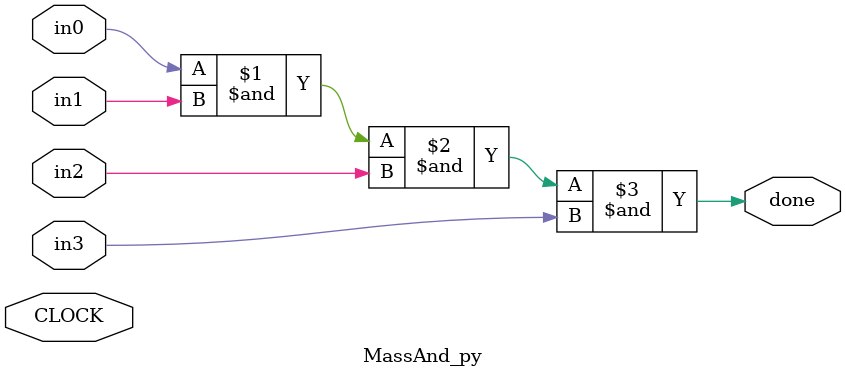
<source format=v>
`timescale 1ns / 1ps

module MassAnd_py(
input CLOCK,
input in0,
input in1,
input in2,
input in3,
output done
);

and A0(done,in0,in1,in2,in3);

endmodule

</source>
